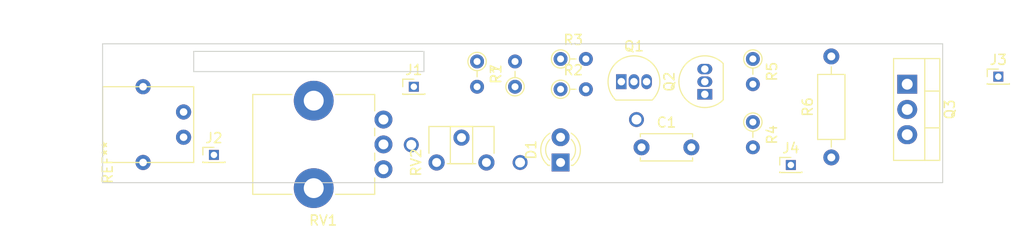
<source format=kicad_pcb>
(kicad_pcb (version 20171130) (host pcbnew "(5.1.8)-1")

  (general
    (thickness 1.6)
    (drawings 10)
    (tracks 3)
    (zones 0)
    (modules 19)
    (nets 12)
  )

  (page A4)
  (layers
    (0 F.Cu signal)
    (31 B.Cu signal)
    (32 B.Adhes user)
    (33 F.Adhes user)
    (34 B.Paste user)
    (35 F.Paste user)
    (36 B.SilkS user)
    (37 F.SilkS user)
    (38 B.Mask user)
    (39 F.Mask user)
    (40 Dwgs.User user)
    (41 Cmts.User user)
    (42 Eco1.User user)
    (43 Eco2.User user)
    (44 Edge.Cuts user)
    (45 Margin user)
    (46 B.CrtYd user)
    (47 F.CrtYd user)
    (48 B.Fab user)
    (49 F.Fab user)
  )

  (setup
    (last_trace_width 0.25)
    (trace_clearance 0.2)
    (zone_clearance 0.508)
    (zone_45_only no)
    (trace_min 0.2)
    (via_size 0.8)
    (via_drill 0.4)
    (via_min_size 0.4)
    (via_min_drill 0.3)
    (uvia_size 0.3)
    (uvia_drill 0.1)
    (uvias_allowed no)
    (uvia_min_size 0.2)
    (uvia_min_drill 0.1)
    (edge_width 0.05)
    (segment_width 0.2)
    (pcb_text_width 0.3)
    (pcb_text_size 1.5 1.5)
    (mod_edge_width 0.12)
    (mod_text_size 1 1)
    (mod_text_width 0.15)
    (pad_size 1.524 1.524)
    (pad_drill 0.762)
    (pad_to_mask_clearance 0)
    (aux_axis_origin 0 0)
    (visible_elements 7FFFFFFF)
    (pcbplotparams
      (layerselection 0x010fc_ffffffff)
      (usegerberextensions false)
      (usegerberattributes true)
      (usegerberadvancedattributes true)
      (creategerberjobfile true)
      (excludeedgelayer true)
      (linewidth 0.100000)
      (plotframeref false)
      (viasonmask false)
      (mode 1)
      (useauxorigin false)
      (hpglpennumber 1)
      (hpglpenspeed 20)
      (hpglpendiameter 15.000000)
      (psnegative false)
      (psa4output false)
      (plotreference true)
      (plotvalue true)
      (plotinvisibletext false)
      (padsonsilk false)
      (subtractmaskfromsilk false)
      (outputformat 1)
      (mirror false)
      (drillshape 1)
      (scaleselection 1)
      (outputdirectory ""))
  )

  (net 0 "")
  (net 1 GND)
  (net 2 "Net-(C1-Pad1)")
  (net 3 "Net-(Q1-Pad1)")
  (net 4 "Net-(Q1-Pad3)")
  (net 5 "Net-(Q2-Pad3)")
  (net 6 "Net-(Q3-Pad3)")
  (net 7 "Net-(R1-Pad2)")
  (net 8 +12V)
  (net 9 "Net-(RV1-Pad3)")
  (net 10 "Net-(J3-Pad1)")
  (net 11 "Net-(D1-Pad2)")

  (net_class Default "This is the default net class."
    (clearance 0.2)
    (trace_width 0.25)
    (via_dia 0.8)
    (via_drill 0.4)
    (uvia_dia 0.3)
    (uvia_drill 0.1)
    (add_net +12V)
    (add_net GND)
    (add_net "Net-(C1-Pad1)")
    (add_net "Net-(D1-Pad2)")
    (add_net "Net-(J3-Pad1)")
    (add_net "Net-(Q1-Pad1)")
    (add_net "Net-(Q1-Pad3)")
    (add_net "Net-(Q2-Pad3)")
    (add_net "Net-(Q3-Pad3)")
    (add_net "Net-(R1-Pad2)")
    (add_net "Net-(RV1-Pad3)")
  )

  (module Connector_USB:USB_Micro_Ali-2Pin (layer F.Cu) (tedit 640EB39D) (tstamp 659B2010)
    (at 45.466 57.404 90)
    (fp_text reference REF** (at 0 0.5 90) (layer F.SilkS)
      (effects (font (size 1 1) (thickness 0.15)))
    )
    (fp_text value USB_Micro_Ali-2Pin (at 0 -0.5 90) (layer F.Fab)
      (effects (font (size 1 1) (thickness 0.15)))
    )
    (fp_line (start 0 9.144) (end 0 0) (layer F.SilkS) (width 0.12))
    (fp_line (start 7.62 9.144) (end 0 9.144) (layer F.SilkS) (width 0.12))
    (fp_line (start 7.62 0) (end 7.62 9.144) (layer F.SilkS) (width 0.12))
    (fp_line (start 0 0) (end 7.62 0) (layer F.SilkS) (width 0.12))
    (pad "" thru_hole circle (at 7.62 4.064 90) (size 1.524 1.524) (drill 0.762) (layers *.Cu *.Mask))
    (pad "" thru_hole circle (at 0 4.064 90) (size 1.524 1.524) (drill 0.762) (layers *.Cu *.Mask))
    (pad 1 thru_hole circle (at 5.08 8.128 90) (size 1.524 1.524) (drill 0.762) (layers *.Cu *.Mask))
    (pad 5 thru_hole circle (at 2.54 8.128 90) (size 1.524 1.524) (drill 0.762) (layers *.Cu *.Mask))
  )

  (module Resistor_THT:R_Axial_DIN0204_L3.6mm_D1.6mm_P2.54mm_Vertical (layer F.Cu) (tedit 5AE5139B) (tstamp 65892CFB)
    (at 86.868 49.784 90)
    (descr "Resistor, Axial_DIN0204 series, Axial, Vertical, pin pitch=2.54mm, 0.167W, length*diameter=3.6*1.6mm^2, http://cdn-reichelt.de/documents/datenblatt/B400/1_4W%23YAG.pdf")
    (tags "Resistor Axial_DIN0204 series Axial Vertical pin pitch 2.54mm 0.167W length 3.6mm diameter 1.6mm")
    (path /658B9760)
    (fp_text reference R7 (at 1.27 -1.92 90) (layer F.SilkS)
      (effects (font (size 1 1) (thickness 0.15)))
    )
    (fp_text value 2.2K (at 1.27 1.92 90) (layer F.Fab)
      (effects (font (size 1 1) (thickness 0.15)))
    )
    (fp_line (start 3.49 -1.05) (end -1.05 -1.05) (layer F.CrtYd) (width 0.05))
    (fp_line (start 3.49 1.05) (end 3.49 -1.05) (layer F.CrtYd) (width 0.05))
    (fp_line (start -1.05 1.05) (end 3.49 1.05) (layer F.CrtYd) (width 0.05))
    (fp_line (start -1.05 -1.05) (end -1.05 1.05) (layer F.CrtYd) (width 0.05))
    (fp_line (start 0.92 0) (end 1.54 0) (layer F.SilkS) (width 0.12))
    (fp_line (start 0 0) (end 2.54 0) (layer F.Fab) (width 0.1))
    (fp_circle (center 0 0) (end 0.92 0) (layer F.SilkS) (width 0.12))
    (fp_circle (center 0 0) (end 0.8 0) (layer F.Fab) (width 0.1))
    (fp_text user %R (at 1.27 -1.92 90) (layer F.Fab)
      (effects (font (size 1 1) (thickness 0.15)))
    )
    (pad 2 thru_hole oval (at 2.54 0 90) (size 1.4 1.4) (drill 0.7) (layers *.Cu *.Mask)
      (net 8 +12V))
    (pad 1 thru_hole circle (at 0 0 90) (size 1.4 1.4) (drill 0.7) (layers *.Cu *.Mask)
      (net 11 "Net-(D1-Pad2)"))
    (model ${KISYS3DMOD}/Resistor_THT.3dshapes/R_Axial_DIN0204_L3.6mm_D1.6mm_P2.54mm_Vertical.wrl
      (at (xyz 0 0 0))
      (scale (xyz 1 1 1))
      (rotate (xyz 0 0 0))
    )
  )

  (module Resistor_THT:R_Axial_DIN0204_L3.6mm_D1.6mm_P2.54mm_Vertical (layer F.Cu) (tedit 5AE5139B) (tstamp 6588D631)
    (at 110.744 46.99 270)
    (descr "Resistor, Axial_DIN0204 series, Axial, Vertical, pin pitch=2.54mm, 0.167W, length*diameter=3.6*1.6mm^2, http://cdn-reichelt.de/documents/datenblatt/B400/1_4W%23YAG.pdf")
    (tags "Resistor Axial_DIN0204 series Axial Vertical pin pitch 2.54mm 0.167W length 3.6mm diameter 1.6mm")
    (path /6589487B)
    (fp_text reference R5 (at 1.27 -1.92 90) (layer F.SilkS)
      (effects (font (size 1 1) (thickness 0.15)))
    )
    (fp_text value 1K (at 1.27 1.92 90) (layer F.Fab)
      (effects (font (size 1 1) (thickness 0.15)))
    )
    (fp_line (start 3.49 -1.05) (end -1.05 -1.05) (layer F.CrtYd) (width 0.05))
    (fp_line (start 3.49 1.05) (end 3.49 -1.05) (layer F.CrtYd) (width 0.05))
    (fp_line (start -1.05 1.05) (end 3.49 1.05) (layer F.CrtYd) (width 0.05))
    (fp_line (start -1.05 -1.05) (end -1.05 1.05) (layer F.CrtYd) (width 0.05))
    (fp_line (start 0.92 0) (end 1.54 0) (layer F.SilkS) (width 0.12))
    (fp_line (start 0 0) (end 2.54 0) (layer F.Fab) (width 0.1))
    (fp_circle (center 0 0) (end 0.92 0) (layer F.SilkS) (width 0.12))
    (fp_circle (center 0 0) (end 0.8 0) (layer F.Fab) (width 0.1))
    (fp_text user %R (at 1.27 -1.92 90) (layer F.Fab)
      (effects (font (size 1 1) (thickness 0.15)))
    )
    (pad 2 thru_hole oval (at 2.54 0 270) (size 1.4 1.4) (drill 0.7) (layers *.Cu *.Mask)
      (net 3 "Net-(Q1-Pad1)"))
    (pad 1 thru_hole circle (at 0 0 270) (size 1.4 1.4) (drill 0.7) (layers *.Cu *.Mask)
      (net 6 "Net-(Q3-Pad3)"))
    (model ${KISYS3DMOD}/Resistor_THT.3dshapes/R_Axial_DIN0204_L3.6mm_D1.6mm_P2.54mm_Vertical.wrl
      (at (xyz 0 0 0))
      (scale (xyz 1 1 1))
      (rotate (xyz 0 0 0))
    )
  )

  (module Resistor_THT:R_Axial_DIN0204_L3.6mm_D1.6mm_P2.54mm_Vertical (layer F.Cu) (tedit 5AE5139B) (tstamp 6588D603)
    (at 110.744 53.34 270)
    (descr "Resistor, Axial_DIN0204 series, Axial, Vertical, pin pitch=2.54mm, 0.167W, length*diameter=3.6*1.6mm^2, http://cdn-reichelt.de/documents/datenblatt/B400/1_4W%23YAG.pdf")
    (tags "Resistor Axial_DIN0204 series Axial Vertical pin pitch 2.54mm 0.167W length 3.6mm diameter 1.6mm")
    (path /6589659C)
    (fp_text reference R4 (at 1.27 -1.92 90) (layer F.SilkS)
      (effects (font (size 1 1) (thickness 0.15)))
    )
    (fp_text value 220K (at 1.27 1.92 90) (layer F.Fab)
      (effects (font (size 1 1) (thickness 0.15)))
    )
    (fp_line (start 3.49 -1.05) (end -1.05 -1.05) (layer F.CrtYd) (width 0.05))
    (fp_line (start 3.49 1.05) (end 3.49 -1.05) (layer F.CrtYd) (width 0.05))
    (fp_line (start -1.05 1.05) (end 3.49 1.05) (layer F.CrtYd) (width 0.05))
    (fp_line (start -1.05 -1.05) (end -1.05 1.05) (layer F.CrtYd) (width 0.05))
    (fp_line (start 0.92 0) (end 1.54 0) (layer F.SilkS) (width 0.12))
    (fp_line (start 0 0) (end 2.54 0) (layer F.Fab) (width 0.1))
    (fp_circle (center 0 0) (end 0.92 0) (layer F.SilkS) (width 0.12))
    (fp_circle (center 0 0) (end 0.8 0) (layer F.Fab) (width 0.1))
    (fp_text user %R (at 1.27 -1.92 90) (layer F.Fab)
      (effects (font (size 1 1) (thickness 0.15)))
    )
    (pad 2 thru_hole oval (at 2.54 0 270) (size 1.4 1.4) (drill 0.7) (layers *.Cu *.Mask)
      (net 1 GND))
    (pad 1 thru_hole circle (at 0 0 270) (size 1.4 1.4) (drill 0.7) (layers *.Cu *.Mask)
      (net 4 "Net-(Q1-Pad3)"))
    (model ${KISYS3DMOD}/Resistor_THT.3dshapes/R_Axial_DIN0204_L3.6mm_D1.6mm_P2.54mm_Vertical.wrl
      (at (xyz 0 0 0))
      (scale (xyz 1 1 1))
      (rotate (xyz 0 0 0))
    )
  )

  (module Resistor_THT:R_Axial_DIN0207_L6.3mm_D2.5mm_P10.16mm_Horizontal (layer F.Cu) (tedit 5AE5139B) (tstamp 6589740D)
    (at 118.618 56.896 90)
    (descr "Resistor, Axial_DIN0207 series, Axial, Horizontal, pin pitch=10.16mm, 0.25W = 1/4W, length*diameter=6.3*2.5mm^2, http://cdn-reichelt.de/documents/datenblatt/B400/1_4W%23YAG.pdf")
    (tags "Resistor Axial_DIN0207 series Axial Horizontal pin pitch 10.16mm 0.25W = 1/4W length 6.3mm diameter 2.5mm")
    (path /65895F39)
    (fp_text reference R6 (at 5.08 -2.37 90) (layer F.SilkS)
      (effects (font (size 1 1) (thickness 0.15)))
    )
    (fp_text value 0.15R (at 5.08 2.37 90) (layer F.Fab)
      (effects (font (size 1 1) (thickness 0.15)))
    )
    (fp_line (start 11.21 -1.5) (end -1.05 -1.5) (layer F.CrtYd) (width 0.05))
    (fp_line (start 11.21 1.5) (end 11.21 -1.5) (layer F.CrtYd) (width 0.05))
    (fp_line (start -1.05 1.5) (end 11.21 1.5) (layer F.CrtYd) (width 0.05))
    (fp_line (start -1.05 -1.5) (end -1.05 1.5) (layer F.CrtYd) (width 0.05))
    (fp_line (start 9.12 0) (end 8.35 0) (layer F.SilkS) (width 0.12))
    (fp_line (start 1.04 0) (end 1.81 0) (layer F.SilkS) (width 0.12))
    (fp_line (start 8.35 -1.37) (end 1.81 -1.37) (layer F.SilkS) (width 0.12))
    (fp_line (start 8.35 1.37) (end 8.35 -1.37) (layer F.SilkS) (width 0.12))
    (fp_line (start 1.81 1.37) (end 8.35 1.37) (layer F.SilkS) (width 0.12))
    (fp_line (start 1.81 -1.37) (end 1.81 1.37) (layer F.SilkS) (width 0.12))
    (fp_line (start 10.16 0) (end 8.23 0) (layer F.Fab) (width 0.1))
    (fp_line (start 0 0) (end 1.93 0) (layer F.Fab) (width 0.1))
    (fp_line (start 8.23 -1.25) (end 1.93 -1.25) (layer F.Fab) (width 0.1))
    (fp_line (start 8.23 1.25) (end 8.23 -1.25) (layer F.Fab) (width 0.1))
    (fp_line (start 1.93 1.25) (end 8.23 1.25) (layer F.Fab) (width 0.1))
    (fp_line (start 1.93 -1.25) (end 1.93 1.25) (layer F.Fab) (width 0.1))
    (fp_text user %R (at 5.08 0 90) (layer F.Fab)
      (effects (font (size 1 1) (thickness 0.15)))
    )
    (pad 2 thru_hole oval (at 10.16 0 90) (size 1.6 1.6) (drill 0.8) (layers *.Cu *.Mask)
      (net 6 "Net-(Q3-Pad3)"))
    (pad 1 thru_hole circle (at 0 0 90) (size 1.6 1.6) (drill 0.8) (layers *.Cu *.Mask)
      (net 1 GND))
    (model ${KISYS3DMOD}/Resistor_THT.3dshapes/R_Axial_DIN0207_L6.3mm_D2.5mm_P10.16mm_Horizontal.wrl
      (at (xyz 0 0 0))
      (scale (xyz 1 1 1))
      (rotate (xyz 0 0 0))
    )
  )

  (module Resistor_THT:R_Axial_DIN0204_L3.6mm_D1.6mm_P2.54mm_Vertical (layer F.Cu) (tedit 5AE5139B) (tstamp 6588D61A)
    (at 91.44 46.99)
    (descr "Resistor, Axial_DIN0204 series, Axial, Vertical, pin pitch=2.54mm, 0.167W, length*diameter=3.6*1.6mm^2, http://cdn-reichelt.de/documents/datenblatt/B400/1_4W%23YAG.pdf")
    (tags "Resistor Axial_DIN0204 series Axial Vertical pin pitch 2.54mm 0.167W length 3.6mm diameter 1.6mm")
    (path /6588E227)
    (fp_text reference R3 (at 1.27 -1.92) (layer F.SilkS)
      (effects (font (size 1 1) (thickness 0.15)))
    )
    (fp_text value 220K (at 1.27 1.92) (layer F.Fab)
      (effects (font (size 1 1) (thickness 0.15)))
    )
    (fp_line (start 3.49 -1.05) (end -1.05 -1.05) (layer F.CrtYd) (width 0.05))
    (fp_line (start 3.49 1.05) (end 3.49 -1.05) (layer F.CrtYd) (width 0.05))
    (fp_line (start -1.05 1.05) (end 3.49 1.05) (layer F.CrtYd) (width 0.05))
    (fp_line (start -1.05 -1.05) (end -1.05 1.05) (layer F.CrtYd) (width 0.05))
    (fp_line (start 0.92 0) (end 1.54 0) (layer F.SilkS) (width 0.12))
    (fp_line (start 0 0) (end 2.54 0) (layer F.Fab) (width 0.1))
    (fp_circle (center 0 0) (end 0.92 0) (layer F.SilkS) (width 0.12))
    (fp_circle (center 0 0) (end 0.8 0) (layer F.Fab) (width 0.1))
    (fp_text user %R (at 1.27 -1.92) (layer F.Fab)
      (effects (font (size 1 1) (thickness 0.15)))
    )
    (pad 2 thru_hole oval (at 2.54 0) (size 1.4 1.4) (drill 0.7) (layers *.Cu *.Mask)
      (net 5 "Net-(Q2-Pad3)"))
    (pad 1 thru_hole circle (at 0 0) (size 1.4 1.4) (drill 0.7) (layers *.Cu *.Mask)
      (net 8 +12V))
    (model ${KISYS3DMOD}/Resistor_THT.3dshapes/R_Axial_DIN0204_L3.6mm_D1.6mm_P2.54mm_Vertical.wrl
      (at (xyz 0 0 0))
      (scale (xyz 1 1 1))
      (rotate (xyz 0 0 0))
    )
  )

  (module Resistor_THT:R_Axial_DIN0204_L3.6mm_D1.6mm_P2.54mm_Vertical (layer F.Cu) (tedit 5AE5139B) (tstamp 6588D5EC)
    (at 91.44 50.038)
    (descr "Resistor, Axial_DIN0204 series, Axial, Vertical, pin pitch=2.54mm, 0.167W, length*diameter=3.6*1.6mm^2, http://cdn-reichelt.de/documents/datenblatt/B400/1_4W%23YAG.pdf")
    (tags "Resistor Axial_DIN0204 series Axial Vertical pin pitch 2.54mm 0.167W length 3.6mm diameter 1.6mm")
    (path /6588DA05)
    (fp_text reference R2 (at 1.27 -1.92) (layer F.SilkS)
      (effects (font (size 1 1) (thickness 0.15)))
    )
    (fp_text value 20K (at 1.27 1.92) (layer F.Fab)
      (effects (font (size 1 1) (thickness 0.15)))
    )
    (fp_line (start 3.49 -1.05) (end -1.05 -1.05) (layer F.CrtYd) (width 0.05))
    (fp_line (start 3.49 1.05) (end 3.49 -1.05) (layer F.CrtYd) (width 0.05))
    (fp_line (start -1.05 1.05) (end 3.49 1.05) (layer F.CrtYd) (width 0.05))
    (fp_line (start -1.05 -1.05) (end -1.05 1.05) (layer F.CrtYd) (width 0.05))
    (fp_line (start 0.92 0) (end 1.54 0) (layer F.SilkS) (width 0.12))
    (fp_line (start 0 0) (end 2.54 0) (layer F.Fab) (width 0.1))
    (fp_circle (center 0 0) (end 0.92 0) (layer F.SilkS) (width 0.12))
    (fp_circle (center 0 0) (end 0.8 0) (layer F.Fab) (width 0.1))
    (fp_text user %R (at 1.27 -1.92) (layer F.Fab)
      (effects (font (size 1 1) (thickness 0.15)))
    )
    (pad 2 thru_hole oval (at 2.54 0) (size 1.4 1.4) (drill 0.7) (layers *.Cu *.Mask)
      (net 3 "Net-(Q1-Pad1)"))
    (pad 1 thru_hole circle (at 0 0) (size 1.4 1.4) (drill 0.7) (layers *.Cu *.Mask)
      (net 8 +12V))
    (model ${KISYS3DMOD}/Resistor_THT.3dshapes/R_Axial_DIN0204_L3.6mm_D1.6mm_P2.54mm_Vertical.wrl
      (at (xyz 0 0 0))
      (scale (xyz 1 1 1))
      (rotate (xyz 0 0 0))
    )
  )

  (module Resistor_THT:R_Axial_DIN0204_L3.6mm_D1.6mm_P2.54mm_Vertical (layer F.Cu) (tedit 5AE5139B) (tstamp 6588D5D5)
    (at 83.058 47.244 270)
    (descr "Resistor, Axial_DIN0204 series, Axial, Vertical, pin pitch=2.54mm, 0.167W, length*diameter=3.6*1.6mm^2, http://cdn-reichelt.de/documents/datenblatt/B400/1_4W%23YAG.pdf")
    (tags "Resistor Axial_DIN0204 series Axial Vertical pin pitch 2.54mm 0.167W length 3.6mm diameter 1.6mm")
    (path /6588D37E)
    (fp_text reference R1 (at 1.27 -1.92 90) (layer F.SilkS)
      (effects (font (size 1 1) (thickness 0.15)))
    )
    (fp_text value 220K (at 1.27 1.92 90) (layer F.Fab)
      (effects (font (size 1 1) (thickness 0.15)))
    )
    (fp_line (start 3.49 -1.05) (end -1.05 -1.05) (layer F.CrtYd) (width 0.05))
    (fp_line (start 3.49 1.05) (end 3.49 -1.05) (layer F.CrtYd) (width 0.05))
    (fp_line (start -1.05 1.05) (end 3.49 1.05) (layer F.CrtYd) (width 0.05))
    (fp_line (start -1.05 -1.05) (end -1.05 1.05) (layer F.CrtYd) (width 0.05))
    (fp_line (start 0.92 0) (end 1.54 0) (layer F.SilkS) (width 0.12))
    (fp_line (start 0 0) (end 2.54 0) (layer F.Fab) (width 0.1))
    (fp_circle (center 0 0) (end 0.92 0) (layer F.SilkS) (width 0.12))
    (fp_circle (center 0 0) (end 0.8 0) (layer F.Fab) (width 0.1))
    (fp_text user %R (at 1.27 -1.92 90) (layer F.Fab)
      (effects (font (size 1 1) (thickness 0.15)))
    )
    (pad 2 thru_hole oval (at 2.54 0 270) (size 1.4 1.4) (drill 0.7) (layers *.Cu *.Mask)
      (net 7 "Net-(R1-Pad2)"))
    (pad 1 thru_hole circle (at 0 0 270) (size 1.4 1.4) (drill 0.7) (layers *.Cu *.Mask)
      (net 8 +12V))
    (model ${KISYS3DMOD}/Resistor_THT.3dshapes/R_Axial_DIN0204_L3.6mm_D1.6mm_P2.54mm_Vertical.wrl
      (at (xyz 0 0 0))
      (scale (xyz 1 1 1))
      (rotate (xyz 0 0 0))
    )
  )

  (module LED_THT:LED_D3.0mm (layer F.Cu) (tedit 587A3A7B) (tstamp 65892ABE)
    (at 91.44 57.404 90)
    (descr "LED, diameter 3.0mm, 2 pins")
    (tags "LED diameter 3.0mm 2 pins")
    (path /658B8715)
    (fp_text reference D1 (at 1.27 -2.96 90) (layer F.SilkS)
      (effects (font (size 1 1) (thickness 0.15)))
    )
    (fp_text value LED (at 1.27 2.96 90) (layer F.Fab)
      (effects (font (size 1 1) (thickness 0.15)))
    )
    (fp_line (start 3.7 -2.25) (end -1.15 -2.25) (layer F.CrtYd) (width 0.05))
    (fp_line (start 3.7 2.25) (end 3.7 -2.25) (layer F.CrtYd) (width 0.05))
    (fp_line (start -1.15 2.25) (end 3.7 2.25) (layer F.CrtYd) (width 0.05))
    (fp_line (start -1.15 -2.25) (end -1.15 2.25) (layer F.CrtYd) (width 0.05))
    (fp_line (start -0.29 1.08) (end -0.29 1.236) (layer F.SilkS) (width 0.12))
    (fp_line (start -0.29 -1.236) (end -0.29 -1.08) (layer F.SilkS) (width 0.12))
    (fp_line (start -0.23 -1.16619) (end -0.23 1.16619) (layer F.Fab) (width 0.1))
    (fp_circle (center 1.27 0) (end 2.77 0) (layer F.Fab) (width 0.1))
    (fp_arc (start 1.27 0) (end 0.229039 1.08) (angle -87.9) (layer F.SilkS) (width 0.12))
    (fp_arc (start 1.27 0) (end 0.229039 -1.08) (angle 87.9) (layer F.SilkS) (width 0.12))
    (fp_arc (start 1.27 0) (end -0.29 1.235516) (angle -108.8) (layer F.SilkS) (width 0.12))
    (fp_arc (start 1.27 0) (end -0.29 -1.235516) (angle 108.8) (layer F.SilkS) (width 0.12))
    (fp_arc (start 1.27 0) (end -0.23 -1.16619) (angle 284.3) (layer F.Fab) (width 0.1))
    (pad 2 thru_hole circle (at 2.54 0 90) (size 1.8 1.8) (drill 0.9) (layers *.Cu *.Mask)
      (net 11 "Net-(D1-Pad2)"))
    (pad 1 thru_hole rect (at 0 0 90) (size 1.8 1.8) (drill 0.9) (layers *.Cu *.Mask)
      (net 1 GND))
    (model ${KISYS3DMOD}/LED_THT.3dshapes/LED_D3.0mm.wrl
      (at (xyz 0 0 0))
      (scale (xyz 1 1 1))
      (rotate (xyz 0 0 0))
    )
  )

  (module Connector_PinHeader_1.27mm:PinHeader_1x01_P1.27mm_Vertical (layer F.Cu) (tedit 59FED6E3) (tstamp 658914E0)
    (at 114.554 57.658)
    (descr "Through hole straight pin header, 1x01, 1.27mm pitch, single row")
    (tags "Through hole pin header THT 1x01 1.27mm single row")
    (path /658AC7DF)
    (fp_text reference J4 (at 0 -1.695) (layer F.SilkS)
      (effects (font (size 1 1) (thickness 0.15)))
    )
    (fp_text value GND (at 0 1.695) (layer F.Fab)
      (effects (font (size 1 1) (thickness 0.15)))
    )
    (fp_line (start 1.55 -1.15) (end -1.55 -1.15) (layer F.CrtYd) (width 0.05))
    (fp_line (start 1.55 1.15) (end 1.55 -1.15) (layer F.CrtYd) (width 0.05))
    (fp_line (start -1.55 1.15) (end 1.55 1.15) (layer F.CrtYd) (width 0.05))
    (fp_line (start -1.55 -1.15) (end -1.55 1.15) (layer F.CrtYd) (width 0.05))
    (fp_line (start -1.11 -0.76) (end 0 -0.76) (layer F.SilkS) (width 0.12))
    (fp_line (start -1.11 0) (end -1.11 -0.76) (layer F.SilkS) (width 0.12))
    (fp_line (start 0.563471 0.76) (end 1.11 0.76) (layer F.SilkS) (width 0.12))
    (fp_line (start -1.11 0.76) (end -0.563471 0.76) (layer F.SilkS) (width 0.12))
    (fp_line (start 1.11 0.76) (end 1.11 0.695) (layer F.SilkS) (width 0.12))
    (fp_line (start -1.11 0.76) (end -1.11 0.695) (layer F.SilkS) (width 0.12))
    (fp_line (start -1.11 0.76) (end 1.11 0.76) (layer F.SilkS) (width 0.12))
    (fp_line (start -1.05 -0.11) (end -0.525 -0.635) (layer F.Fab) (width 0.1))
    (fp_line (start -1.05 0.635) (end -1.05 -0.11) (layer F.Fab) (width 0.1))
    (fp_line (start 1.05 0.635) (end -1.05 0.635) (layer F.Fab) (width 0.1))
    (fp_line (start 1.05 -0.635) (end 1.05 0.635) (layer F.Fab) (width 0.1))
    (fp_line (start -0.525 -0.635) (end 1.05 -0.635) (layer F.Fab) (width 0.1))
    (fp_text user %R (at 0 0 90) (layer F.Fab)
      (effects (font (size 1 1) (thickness 0.15)))
    )
    (pad 1 thru_hole rect (at 0 0) (size 1 1) (drill 0.65) (layers *.Cu *.Mask)
      (net 1 GND))
    (model ${KISYS3DMOD}/Connector_PinHeader_1.27mm.3dshapes/PinHeader_1x01_P1.27mm_Vertical.wrl
      (at (xyz 0 0 0))
      (scale (xyz 1 1 1))
      (rotate (xyz 0 0 0))
    )
  )

  (module Connector_PinHeader_1.27mm:PinHeader_1x01_P1.27mm_Vertical (layer F.Cu) (tedit 59FED6E3) (tstamp 658914A0)
    (at 56.642 56.642)
    (descr "Through hole straight pin header, 1x01, 1.27mm pitch, single row")
    (tags "Through hole pin header THT 1x01 1.27mm single row")
    (path /658A6308)
    (fp_text reference J2 (at 0 -1.695) (layer F.SilkS)
      (effects (font (size 1 1) (thickness 0.15)))
    )
    (fp_text value GND (at 0 1.695) (layer F.Fab)
      (effects (font (size 1 1) (thickness 0.15)))
    )
    (fp_line (start 1.55 -1.15) (end -1.55 -1.15) (layer F.CrtYd) (width 0.05))
    (fp_line (start 1.55 1.15) (end 1.55 -1.15) (layer F.CrtYd) (width 0.05))
    (fp_line (start -1.55 1.15) (end 1.55 1.15) (layer F.CrtYd) (width 0.05))
    (fp_line (start -1.55 -1.15) (end -1.55 1.15) (layer F.CrtYd) (width 0.05))
    (fp_line (start -1.11 -0.76) (end 0 -0.76) (layer F.SilkS) (width 0.12))
    (fp_line (start -1.11 0) (end -1.11 -0.76) (layer F.SilkS) (width 0.12))
    (fp_line (start 0.563471 0.76) (end 1.11 0.76) (layer F.SilkS) (width 0.12))
    (fp_line (start -1.11 0.76) (end -0.563471 0.76) (layer F.SilkS) (width 0.12))
    (fp_line (start 1.11 0.76) (end 1.11 0.695) (layer F.SilkS) (width 0.12))
    (fp_line (start -1.11 0.76) (end -1.11 0.695) (layer F.SilkS) (width 0.12))
    (fp_line (start -1.11 0.76) (end 1.11 0.76) (layer F.SilkS) (width 0.12))
    (fp_line (start -1.05 -0.11) (end -0.525 -0.635) (layer F.Fab) (width 0.1))
    (fp_line (start -1.05 0.635) (end -1.05 -0.11) (layer F.Fab) (width 0.1))
    (fp_line (start 1.05 0.635) (end -1.05 0.635) (layer F.Fab) (width 0.1))
    (fp_line (start 1.05 -0.635) (end 1.05 0.635) (layer F.Fab) (width 0.1))
    (fp_line (start -0.525 -0.635) (end 1.05 -0.635) (layer F.Fab) (width 0.1))
    (fp_text user %R (at 0 0 90) (layer F.Fab)
      (effects (font (size 1 1) (thickness 0.15)))
    )
    (pad 1 thru_hole rect (at 0 0) (size 1 1) (drill 0.65) (layers *.Cu *.Mask)
      (net 1 GND))
    (model ${KISYS3DMOD}/Connector_PinHeader_1.27mm.3dshapes/PinHeader_1x01_P1.27mm_Vertical.wrl
      (at (xyz 0 0 0))
      (scale (xyz 1 1 1))
      (rotate (xyz 0 0 0))
    )
  )

  (module Connector_PinHeader_1.27mm:PinHeader_1x01_P1.27mm_Vertical (layer F.Cu) (tedit 59FED6E3) (tstamp 659B210F)
    (at 76.708 49.784)
    (descr "Through hole straight pin header, 1x01, 1.27mm pitch, single row")
    (tags "Through hole pin header THT 1x01 1.27mm single row")
    (path /658A5A34)
    (fp_text reference J1 (at 0 -1.695) (layer F.SilkS)
      (effects (font (size 1 1) (thickness 0.15)))
    )
    (fp_text value 12V (at 0 1.695) (layer F.Fab)
      (effects (font (size 1 1) (thickness 0.15)))
    )
    (fp_line (start 1.55 -1.15) (end -1.55 -1.15) (layer F.CrtYd) (width 0.05))
    (fp_line (start 1.55 1.15) (end 1.55 -1.15) (layer F.CrtYd) (width 0.05))
    (fp_line (start -1.55 1.15) (end 1.55 1.15) (layer F.CrtYd) (width 0.05))
    (fp_line (start -1.55 -1.15) (end -1.55 1.15) (layer F.CrtYd) (width 0.05))
    (fp_line (start -1.11 -0.76) (end 0 -0.76) (layer F.SilkS) (width 0.12))
    (fp_line (start -1.11 0) (end -1.11 -0.76) (layer F.SilkS) (width 0.12))
    (fp_line (start 0.563471 0.76) (end 1.11 0.76) (layer F.SilkS) (width 0.12))
    (fp_line (start -1.11 0.76) (end -0.563471 0.76) (layer F.SilkS) (width 0.12))
    (fp_line (start 1.11 0.76) (end 1.11 0.695) (layer F.SilkS) (width 0.12))
    (fp_line (start -1.11 0.76) (end -1.11 0.695) (layer F.SilkS) (width 0.12))
    (fp_line (start -1.11 0.76) (end 1.11 0.76) (layer F.SilkS) (width 0.12))
    (fp_line (start -1.05 -0.11) (end -0.525 -0.635) (layer F.Fab) (width 0.1))
    (fp_line (start -1.05 0.635) (end -1.05 -0.11) (layer F.Fab) (width 0.1))
    (fp_line (start 1.05 0.635) (end -1.05 0.635) (layer F.Fab) (width 0.1))
    (fp_line (start 1.05 -0.635) (end 1.05 0.635) (layer F.Fab) (width 0.1))
    (fp_line (start -0.525 -0.635) (end 1.05 -0.635) (layer F.Fab) (width 0.1))
    (fp_text user %R (at 0 0 90) (layer F.Fab)
      (effects (font (size 1 1) (thickness 0.15)))
    )
    (pad 1 thru_hole rect (at 0 0) (size 1 1) (drill 0.65) (layers *.Cu *.Mask)
      (net 8 +12V))
    (model ${KISYS3DMOD}/Connector_PinHeader_1.27mm.3dshapes/PinHeader_1x01_P1.27mm_Vertical.wrl
      (at (xyz 0 0 0))
      (scale (xyz 1 1 1))
      (rotate (xyz 0 0 0))
    )
  )

  (module Connector_PinHeader_1.27mm:PinHeader_1x01_P1.27mm_Vertical (layer F.Cu) (tedit 59FED6E3) (tstamp 65890B58)
    (at 135.382 48.768)
    (descr "Through hole straight pin header, 1x01, 1.27mm pitch, single row")
    (tags "Through hole pin header THT 1x01 1.27mm single row")
    (path /658A979E)
    (fp_text reference J3 (at 0 -1.695) (layer F.SilkS)
      (effects (font (size 1 1) (thickness 0.15)))
    )
    (fp_text value 0-50V (at 0 1.695) (layer F.Fab)
      (effects (font (size 1 1) (thickness 0.15)))
    )
    (fp_line (start 1.55 -1.15) (end -1.55 -1.15) (layer F.CrtYd) (width 0.05))
    (fp_line (start 1.55 1.15) (end 1.55 -1.15) (layer F.CrtYd) (width 0.05))
    (fp_line (start -1.55 1.15) (end 1.55 1.15) (layer F.CrtYd) (width 0.05))
    (fp_line (start -1.55 -1.15) (end -1.55 1.15) (layer F.CrtYd) (width 0.05))
    (fp_line (start -1.11 -0.76) (end 0 -0.76) (layer F.SilkS) (width 0.12))
    (fp_line (start -1.11 0) (end -1.11 -0.76) (layer F.SilkS) (width 0.12))
    (fp_line (start 0.563471 0.76) (end 1.11 0.76) (layer F.SilkS) (width 0.12))
    (fp_line (start -1.11 0.76) (end -0.563471 0.76) (layer F.SilkS) (width 0.12))
    (fp_line (start 1.11 0.76) (end 1.11 0.695) (layer F.SilkS) (width 0.12))
    (fp_line (start -1.11 0.76) (end -1.11 0.695) (layer F.SilkS) (width 0.12))
    (fp_line (start -1.11 0.76) (end 1.11 0.76) (layer F.SilkS) (width 0.12))
    (fp_line (start -1.05 -0.11) (end -0.525 -0.635) (layer F.Fab) (width 0.1))
    (fp_line (start -1.05 0.635) (end -1.05 -0.11) (layer F.Fab) (width 0.1))
    (fp_line (start 1.05 0.635) (end -1.05 0.635) (layer F.Fab) (width 0.1))
    (fp_line (start 1.05 -0.635) (end 1.05 0.635) (layer F.Fab) (width 0.1))
    (fp_line (start -0.525 -0.635) (end 1.05 -0.635) (layer F.Fab) (width 0.1))
    (fp_text user %R (at 0 0 90) (layer F.Fab)
      (effects (font (size 1 1) (thickness 0.15)))
    )
    (pad 1 thru_hole rect (at 0 0) (size 1 1) (drill 0.65) (layers *.Cu *.Mask)
      (net 10 "Net-(J3-Pad1)"))
    (model ${KISYS3DMOD}/Connector_PinHeader_1.27mm.3dshapes/PinHeader_1x01_P1.27mm_Vertical.wrl
      (at (xyz 0 0 0))
      (scale (xyz 1 1 1))
      (rotate (xyz 0 0 0))
    )
  )

  (module Potentiometer_THT:Potentiometer_ACP_CA6-H2,5_Horizontal (layer F.Cu) (tedit 5A3D4994) (tstamp 6588D680)
    (at 78.994 57.404 90)
    (descr "Potentiometer, horizontal, ACP CA6-H2,5, http://www.acptechnologies.com/wp-content/uploads/2017/06/01-ACP-CA6.pdf")
    (tags "Potentiometer horizontal ACP CA6-H2,5")
    (path /6588F3BA)
    (fp_text reference RV2 (at 0 -2.06 90) (layer F.SilkS)
      (effects (font (size 1 1) (thickness 0.15)))
    )
    (fp_text value 5K (at 0 7.06 90) (layer F.Fab)
      (effects (font (size 1 1) (thickness 0.15)))
    )
    (fp_line (start 3.75 -1.1) (end -1.1 -1.1) (layer F.CrtYd) (width 0.05))
    (fp_line (start 3.75 6.1) (end 3.75 -1.1) (layer F.CrtYd) (width 0.05))
    (fp_line (start -1.1 6.1) (end 3.75 6.1) (layer F.CrtYd) (width 0.05))
    (fp_line (start -1.1 -1.1) (end -1.1 6.1) (layer F.CrtYd) (width 0.05))
    (fp_line (start 3.62 1.38) (end 3.62 3.62) (layer F.SilkS) (width 0.12))
    (fp_line (start -0.121 1.38) (end -0.121 3.62) (layer F.SilkS) (width 0.12))
    (fp_line (start -0.121 3.62) (end 3.62 3.62) (layer F.SilkS) (width 0.12))
    (fp_line (start -0.121 1.38) (end 3.62 1.38) (layer F.SilkS) (width 0.12))
    (fp_line (start -0.121 1.066) (end -0.121 3.935) (layer F.SilkS) (width 0.12))
    (fp_line (start 3.62 -0.77) (end 3.62 5.77) (layer F.SilkS) (width 0.12))
    (fp_line (start 0.925 5.77) (end 3.62 5.77) (layer F.SilkS) (width 0.12))
    (fp_line (start 0.925 -0.77) (end 3.62 -0.77) (layer F.SilkS) (width 0.12))
    (fp_line (start 3.5 1.5) (end 0 1.5) (layer F.Fab) (width 0.1))
    (fp_line (start 3.5 3.5) (end 3.5 1.5) (layer F.Fab) (width 0.1))
    (fp_line (start 0 3.5) (end 3.5 3.5) (layer F.Fab) (width 0.1))
    (fp_line (start 0 1.5) (end 0 3.5) (layer F.Fab) (width 0.1))
    (fp_line (start 0 -0.65) (end 3.5 -0.65) (layer F.Fab) (width 0.1))
    (fp_line (start 0 5.65) (end 0 -0.65) (layer F.Fab) (width 0.1))
    (fp_line (start 3.5 5.65) (end 0 5.65) (layer F.Fab) (width 0.1))
    (fp_line (start 3.5 -0.65) (end 3.5 5.65) (layer F.Fab) (width 0.1))
    (fp_text user %R (at 1.75 2.5 90) (layer F.Fab)
      (effects (font (size 0.78 0.78) (thickness 0.15)))
    )
    (pad 1 thru_hole circle (at 0 0 90) (size 1.62 1.62) (drill 0.9) (layers *.Cu *.Mask)
      (net 9 "Net-(RV1-Pad3)"))
    (pad 2 thru_hole circle (at 2.5 2.5 90) (size 1.62 1.62) (drill 0.9) (layers *.Cu *.Mask)
      (net 1 GND))
    (pad 3 thru_hole circle (at 0 5 90) (size 1.62 1.62) (drill 0.9) (layers *.Cu *.Mask)
      (net 1 GND))
    (model ${KISYS3DMOD}/Potentiometer_THT.3dshapes/Potentiometer_ACP_CA6-H2,5_Horizontal.wrl
      (at (xyz 0 0 0))
      (scale (xyz 1 1 1))
      (rotate (xyz 0 0 0))
    )
  )

  (module Potentiometer_THT:Potentiometer_Alps_RK09K_Single_Vertical (layer F.Cu) (tedit 5A3D4993) (tstamp 6588D664)
    (at 73.66 53.086 180)
    (descr "Potentiometer, vertical, Alps RK09K Single, http://www.alps.com/prod/info/E/HTML/Potentiometer/RotaryPotentiometers/RK09K/RK09K_list.html")
    (tags "Potentiometer vertical Alps RK09K Single")
    (path /6588EB0B)
    (fp_text reference RV1 (at 6.05 -10.15) (layer F.SilkS)
      (effects (font (size 1 1) (thickness 0.15)))
    )
    (fp_text value 10K (at 6.05 5.15) (layer F.Fab)
      (effects (font (size 1 1) (thickness 0.15)))
    )
    (fp_line (start 13.25 -9.15) (end -1.15 -9.15) (layer F.CrtYd) (width 0.05))
    (fp_line (start 13.25 4.15) (end 13.25 -9.15) (layer F.CrtYd) (width 0.05))
    (fp_line (start -1.15 4.15) (end 13.25 4.15) (layer F.CrtYd) (width 0.05))
    (fp_line (start -1.15 -9.15) (end -1.15 4.15) (layer F.CrtYd) (width 0.05))
    (fp_line (start 13.12 -7.521) (end 13.12 2.52) (layer F.SilkS) (width 0.12))
    (fp_line (start 0.88 0.87) (end 0.88 2.52) (layer F.SilkS) (width 0.12))
    (fp_line (start 0.88 -1.629) (end 0.88 -0.87) (layer F.SilkS) (width 0.12))
    (fp_line (start 0.88 -4.129) (end 0.88 -3.37) (layer F.SilkS) (width 0.12))
    (fp_line (start 0.88 -7.521) (end 0.88 -5.871) (layer F.SilkS) (width 0.12))
    (fp_line (start 9.184 2.52) (end 13.12 2.52) (layer F.SilkS) (width 0.12))
    (fp_line (start 0.88 2.52) (end 4.817 2.52) (layer F.SilkS) (width 0.12))
    (fp_line (start 9.184 -7.521) (end 13.12 -7.521) (layer F.SilkS) (width 0.12))
    (fp_line (start 0.88 -7.521) (end 4.817 -7.521) (layer F.SilkS) (width 0.12))
    (fp_line (start 13 -7.4) (end 1 -7.4) (layer F.Fab) (width 0.1))
    (fp_line (start 13 2.4) (end 13 -7.4) (layer F.Fab) (width 0.1))
    (fp_line (start 1 2.4) (end 13 2.4) (layer F.Fab) (width 0.1))
    (fp_line (start 1 -7.4) (end 1 2.4) (layer F.Fab) (width 0.1))
    (fp_circle (center 7.5 -2.5) (end 10.5 -2.5) (layer F.Fab) (width 0.1))
    (fp_text user %R (at 2 -2.5 90) (layer F.Fab)
      (effects (font (size 1 1) (thickness 0.15)))
    )
    (pad "" np_thru_hole circle (at 7 1.9 180) (size 4 4) (drill 2) (layers *.Cu *.Mask))
    (pad "" np_thru_hole circle (at 7 -6.9 180) (size 4 4) (drill 2) (layers *.Cu *.Mask))
    (pad 1 thru_hole circle (at 0 0 180) (size 1.8 1.8) (drill 1) (layers *.Cu *.Mask)
      (net 7 "Net-(R1-Pad2)"))
    (pad 2 thru_hole circle (at 0 -2.5 180) (size 1.8 1.8) (drill 1) (layers *.Cu *.Mask)
      (net 2 "Net-(C1-Pad1)"))
    (pad 3 thru_hole circle (at 0 -5 180) (size 1.8 1.8) (drill 1) (layers *.Cu *.Mask)
      (net 9 "Net-(RV1-Pad3)"))
    (model ${KISYS3DMOD}/Potentiometer_THT.3dshapes/Potentiometer_Alps_RK09K_Single_Vertical.wrl
      (at (xyz 0 0 0))
      (scale (xyz 1 1 1))
      (rotate (xyz 0 0 0))
    )
  )

  (module Package_TO_SOT_THT:TO-220-3_Vertical (layer F.Cu) (tedit 5AC8BA0D) (tstamp 6588D5BE)
    (at 126.238 49.53 270)
    (descr "TO-220-3, Vertical, RM 2.54mm, see https://www.vishay.com/docs/66542/to-220-1.pdf")
    (tags "TO-220-3 Vertical RM 2.54mm")
    (path /6589560C)
    (fp_text reference Q3 (at 2.54 -4.27 90) (layer F.SilkS)
      (effects (font (size 1 1) (thickness 0.15)))
    )
    (fp_text value IRF530N (at 2.54 2.5 90) (layer F.Fab)
      (effects (font (size 1 1) (thickness 0.15)))
    )
    (fp_line (start 7.79 -3.4) (end -2.71 -3.4) (layer F.CrtYd) (width 0.05))
    (fp_line (start 7.79 1.51) (end 7.79 -3.4) (layer F.CrtYd) (width 0.05))
    (fp_line (start -2.71 1.51) (end 7.79 1.51) (layer F.CrtYd) (width 0.05))
    (fp_line (start -2.71 -3.4) (end -2.71 1.51) (layer F.CrtYd) (width 0.05))
    (fp_line (start 4.391 -3.27) (end 4.391 -1.76) (layer F.SilkS) (width 0.12))
    (fp_line (start 0.69 -3.27) (end 0.69 -1.76) (layer F.SilkS) (width 0.12))
    (fp_line (start -2.58 -1.76) (end 7.66 -1.76) (layer F.SilkS) (width 0.12))
    (fp_line (start 7.66 -3.27) (end 7.66 1.371) (layer F.SilkS) (width 0.12))
    (fp_line (start -2.58 -3.27) (end -2.58 1.371) (layer F.SilkS) (width 0.12))
    (fp_line (start -2.58 1.371) (end 7.66 1.371) (layer F.SilkS) (width 0.12))
    (fp_line (start -2.58 -3.27) (end 7.66 -3.27) (layer F.SilkS) (width 0.12))
    (fp_line (start 4.39 -3.15) (end 4.39 -1.88) (layer F.Fab) (width 0.1))
    (fp_line (start 0.69 -3.15) (end 0.69 -1.88) (layer F.Fab) (width 0.1))
    (fp_line (start -2.46 -1.88) (end 7.54 -1.88) (layer F.Fab) (width 0.1))
    (fp_line (start 7.54 -3.15) (end -2.46 -3.15) (layer F.Fab) (width 0.1))
    (fp_line (start 7.54 1.25) (end 7.54 -3.15) (layer F.Fab) (width 0.1))
    (fp_line (start -2.46 1.25) (end 7.54 1.25) (layer F.Fab) (width 0.1))
    (fp_line (start -2.46 -3.15) (end -2.46 1.25) (layer F.Fab) (width 0.1))
    (fp_text user %R (at 2.54 -4.27 90) (layer F.Fab)
      (effects (font (size 1 1) (thickness 0.15)))
    )
    (pad 3 thru_hole oval (at 5.08 0 270) (size 1.905 2) (drill 1.1) (layers *.Cu *.Mask)
      (net 6 "Net-(Q3-Pad3)"))
    (pad 2 thru_hole oval (at 2.54 0 270) (size 1.905 2) (drill 1.1) (layers *.Cu *.Mask)
      (net 10 "Net-(J3-Pad1)"))
    (pad 1 thru_hole rect (at 0 0 270) (size 1.905 2) (drill 1.1) (layers *.Cu *.Mask)
      (net 5 "Net-(Q2-Pad3)"))
    (model ${KISYS3DMOD}/Package_TO_SOT_THT.3dshapes/TO-220-3_Vertical.wrl
      (at (xyz 0 0 0))
      (scale (xyz 1 1 1))
      (rotate (xyz 0 0 0))
    )
  )

  (module Package_TO_SOT_THT:TO-92_Inline (layer F.Cu) (tedit 5A1DD157) (tstamp 6588D5A4)
    (at 105.918 50.546 90)
    (descr "TO-92 leads in-line, narrow, oval pads, drill 0.75mm (see NXP sot054_po.pdf)")
    (tags "to-92 sc-43 sc-43a sot54 PA33 transistor")
    (path /65889CCE)
    (fp_text reference Q2 (at 1.27 -3.56 90) (layer F.SilkS)
      (effects (font (size 1 1) (thickness 0.15)))
    )
    (fp_text value 2N5551 (at 1.27 2.79 90) (layer F.Fab)
      (effects (font (size 1 1) (thickness 0.15)))
    )
    (fp_line (start 4 2.01) (end -1.46 2.01) (layer F.CrtYd) (width 0.05))
    (fp_line (start 4 2.01) (end 4 -2.73) (layer F.CrtYd) (width 0.05))
    (fp_line (start -1.46 -2.73) (end -1.46 2.01) (layer F.CrtYd) (width 0.05))
    (fp_line (start -1.46 -2.73) (end 4 -2.73) (layer F.CrtYd) (width 0.05))
    (fp_line (start -0.5 1.75) (end 3 1.75) (layer F.Fab) (width 0.1))
    (fp_line (start -0.53 1.85) (end 3.07 1.85) (layer F.SilkS) (width 0.12))
    (fp_arc (start 1.27 0) (end 1.27 -2.6) (angle 135) (layer F.SilkS) (width 0.12))
    (fp_arc (start 1.27 0) (end 1.27 -2.48) (angle -135) (layer F.Fab) (width 0.1))
    (fp_arc (start 1.27 0) (end 1.27 -2.6) (angle -135) (layer F.SilkS) (width 0.12))
    (fp_arc (start 1.27 0) (end 1.27 -2.48) (angle 135) (layer F.Fab) (width 0.1))
    (fp_text user %R (at 1.27 0 90) (layer F.Fab)
      (effects (font (size 1 1) (thickness 0.15)))
    )
    (pad 1 thru_hole rect (at 0 0 90) (size 1.05 1.5) (drill 0.75) (layers *.Cu *.Mask)
      (net 1 GND))
    (pad 3 thru_hole oval (at 2.54 0 90) (size 1.05 1.5) (drill 0.75) (layers *.Cu *.Mask)
      (net 5 "Net-(Q2-Pad3)"))
    (pad 2 thru_hole oval (at 1.27 0 90) (size 1.05 1.5) (drill 0.75) (layers *.Cu *.Mask)
      (net 4 "Net-(Q1-Pad3)"))
    (model ${KISYS3DMOD}/Package_TO_SOT_THT.3dshapes/TO-92_Inline.wrl
      (at (xyz 0 0 0))
      (scale (xyz 1 1 1))
      (rotate (xyz 0 0 0))
    )
  )

  (module Package_TO_SOT_THT:TO-92_Inline (layer F.Cu) (tedit 5A1DD157) (tstamp 6588D592)
    (at 97.536 49.276)
    (descr "TO-92 leads in-line, narrow, oval pads, drill 0.75mm (see NXP sot054_po.pdf)")
    (tags "to-92 sc-43 sc-43a sot54 PA33 transistor")
    (path /6588AB2A)
    (fp_text reference Q1 (at 1.27 -3.56) (layer F.SilkS)
      (effects (font (size 1 1) (thickness 0.15)))
    )
    (fp_text value 2N5401 (at 1.27 2.79) (layer F.Fab)
      (effects (font (size 1 1) (thickness 0.15)))
    )
    (fp_line (start 4 2.01) (end -1.46 2.01) (layer F.CrtYd) (width 0.05))
    (fp_line (start 4 2.01) (end 4 -2.73) (layer F.CrtYd) (width 0.05))
    (fp_line (start -1.46 -2.73) (end -1.46 2.01) (layer F.CrtYd) (width 0.05))
    (fp_line (start -1.46 -2.73) (end 4 -2.73) (layer F.CrtYd) (width 0.05))
    (fp_line (start -0.5 1.75) (end 3 1.75) (layer F.Fab) (width 0.1))
    (fp_line (start -0.53 1.85) (end 3.07 1.85) (layer F.SilkS) (width 0.12))
    (fp_arc (start 1.27 0) (end 1.27 -2.6) (angle 135) (layer F.SilkS) (width 0.12))
    (fp_arc (start 1.27 0) (end 1.27 -2.48) (angle -135) (layer F.Fab) (width 0.1))
    (fp_arc (start 1.27 0) (end 1.27 -2.6) (angle -135) (layer F.SilkS) (width 0.12))
    (fp_arc (start 1.27 0) (end 1.27 -2.48) (angle 135) (layer F.Fab) (width 0.1))
    (fp_text user %R (at 1.27 0) (layer F.Fab)
      (effects (font (size 1 1) (thickness 0.15)))
    )
    (pad 1 thru_hole rect (at 0 0) (size 1.05 1.5) (drill 0.75) (layers *.Cu *.Mask)
      (net 3 "Net-(Q1-Pad1)"))
    (pad 3 thru_hole oval (at 2.54 0) (size 1.05 1.5) (drill 0.75) (layers *.Cu *.Mask)
      (net 4 "Net-(Q1-Pad3)"))
    (pad 2 thru_hole oval (at 1.27 0) (size 1.05 1.5) (drill 0.75) (layers *.Cu *.Mask)
      (net 2 "Net-(C1-Pad1)"))
    (model ${KISYS3DMOD}/Package_TO_SOT_THT.3dshapes/TO-92_Inline.wrl
      (at (xyz 0 0 0))
      (scale (xyz 1 1 1))
      (rotate (xyz 0 0 0))
    )
  )

  (module Capacitor_THT:C_Disc_D5.0mm_W2.5mm_P5.00mm (layer F.Cu) (tedit 5AE50EF0) (tstamp 6588D580)
    (at 99.568 55.88)
    (descr "C, Disc series, Radial, pin pitch=5.00mm, , diameter*width=5*2.5mm^2, Capacitor, http://cdn-reichelt.de/documents/datenblatt/B300/DS_KERKO_TC.pdf")
    (tags "C Disc series Radial pin pitch 5.00mm  diameter 5mm width 2.5mm Capacitor")
    (path /65890C11)
    (fp_text reference C1 (at 2.5 -2.5) (layer F.SilkS)
      (effects (font (size 1 1) (thickness 0.15)))
    )
    (fp_text value 1uF (at 2.5 2.5) (layer F.Fab)
      (effects (font (size 1 1) (thickness 0.15)))
    )
    (fp_line (start 6.05 -1.5) (end -1.05 -1.5) (layer F.CrtYd) (width 0.05))
    (fp_line (start 6.05 1.5) (end 6.05 -1.5) (layer F.CrtYd) (width 0.05))
    (fp_line (start -1.05 1.5) (end 6.05 1.5) (layer F.CrtYd) (width 0.05))
    (fp_line (start -1.05 -1.5) (end -1.05 1.5) (layer F.CrtYd) (width 0.05))
    (fp_line (start 5.12 1.055) (end 5.12 1.37) (layer F.SilkS) (width 0.12))
    (fp_line (start 5.12 -1.37) (end 5.12 -1.055) (layer F.SilkS) (width 0.12))
    (fp_line (start -0.12 1.055) (end -0.12 1.37) (layer F.SilkS) (width 0.12))
    (fp_line (start -0.12 -1.37) (end -0.12 -1.055) (layer F.SilkS) (width 0.12))
    (fp_line (start -0.12 1.37) (end 5.12 1.37) (layer F.SilkS) (width 0.12))
    (fp_line (start -0.12 -1.37) (end 5.12 -1.37) (layer F.SilkS) (width 0.12))
    (fp_line (start 5 -1.25) (end 0 -1.25) (layer F.Fab) (width 0.1))
    (fp_line (start 5 1.25) (end 5 -1.25) (layer F.Fab) (width 0.1))
    (fp_line (start 0 1.25) (end 5 1.25) (layer F.Fab) (width 0.1))
    (fp_line (start 0 -1.25) (end 0 1.25) (layer F.Fab) (width 0.1))
    (fp_text user %R (at 2.54 -0.254) (layer F.Fab)
      (effects (font (size 1 1) (thickness 0.15)))
    )
    (pad 2 thru_hole circle (at 5 0) (size 1.6 1.6) (drill 0.8) (layers *.Cu *.Mask)
      (net 1 GND))
    (pad 1 thru_hole circle (at 0 0) (size 1.6 1.6) (drill 0.8) (layers *.Cu *.Mask)
      (net 2 "Net-(C1-Pad1)"))
    (model ${KISYS3DMOD}/Capacitor_THT.3dshapes/C_Disc_D5.0mm_W2.5mm_P5.00mm.wrl
      (at (xyz 0 0 0))
      (scale (xyz 1 1 1))
      (rotate (xyz 0 0 0))
    )
  )

  (gr_line (start 77.724 46.228) (end 77.724 48.26) (layer Edge.Cuts) (width 0.1))
  (gr_line (start 54.61 46.228) (end 77.724 46.228) (layer Edge.Cuts) (width 0.1))
  (gr_line (start 54.61 48.26) (end 54.61 46.228) (layer Edge.Cuts) (width 0.1))
  (gr_line (start 77.724 48.26) (end 54.61 48.26) (layer Edge.Cuts) (width 0.1))
  (gr_line (start 129.794 45.466) (end 129.794 59.436) (layer Edge.Cuts) (width 0.1))
  (gr_line (start 45.466 45.466) (end 129.794 45.466) (layer Edge.Cuts) (width 0.1))
  (gr_line (start 45.466 59.436) (end 45.466 45.466) (layer Edge.Cuts) (width 0.1))
  (gr_line (start 129.794 59.436) (end 45.466 59.436) (layer Edge.Cuts) (width 0.1))
  (dimension 84.074 (width 0.15) (layer Dwgs.User) (tstamp 65897352)
    (gr_text "84,074 мм" (at 87.503 44.734) (layer Dwgs.User) (tstamp 65897352)
      (effects (font (size 1 1) (thickness 0.15)))
    )
    (feature1 (pts (xy 129.54 41.133933) (xy 129.54 44.020421)))
    (feature2 (pts (xy 45.466 41.133933) (xy 45.466 44.020421)))
    (crossbar (pts (xy 45.466 43.434) (xy 129.54 43.434)))
    (arrow1a (pts (xy 129.54 43.434) (xy 128.413496 44.020421)))
    (arrow1b (pts (xy 129.54 43.434) (xy 128.413496 42.847579)))
    (arrow2a (pts (xy 45.466 43.434) (xy 46.592504 44.020421)))
    (arrow2b (pts (xy 45.466 43.434) (xy 46.592504 42.847579)))
  )
  (dimension 13.97 (width 0.15) (layer Dwgs.User)
    (gr_text "13,97 mm" (at 38.832 52.451 270) (layer Dwgs.User)
      (effects (font (size 1 1) (thickness 0.15)))
    )
    (feature1 (pts (xy 42.418 59.436) (xy 39.545579 59.436)))
    (feature2 (pts (xy 42.418 45.466) (xy 39.545579 45.466)))
    (crossbar (pts (xy 40.132 45.466) (xy 40.132 59.436)))
    (arrow1a (pts (xy 40.132 59.436) (xy 39.545579 58.309496)))
    (arrow1b (pts (xy 40.132 59.436) (xy 40.718421 58.309496)))
    (arrow2a (pts (xy 40.132 45.466) (xy 39.545579 46.592504)))
    (arrow2b (pts (xy 40.132 45.466) (xy 40.718421 46.592504)))
  )

  (via (at 99.06 53.086) (size 1.5) (drill 1) (layers F.Cu B.Cu) (net 0))
  (via (at 76.454 55.626) (size 1.5) (drill 1) (layers F.Cu B.Cu) (net 0) (tstamp 65897BA5))
  (via (at 87.376 57.404) (size 1.5) (drill 1) (layers F.Cu B.Cu) (net 0) (tstamp 65897BA5))

)

</source>
